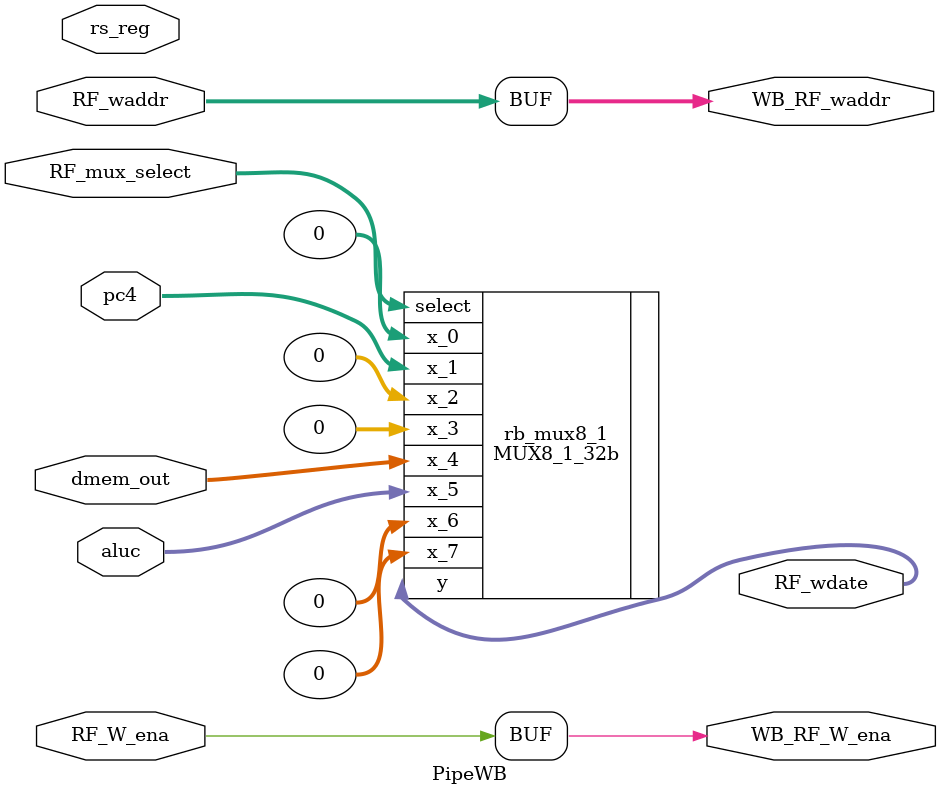
<source format=v>
`timescale 1ns / 1ps

/* WriteBack Stage */
module PipeWB(
    input [31:0] aluc,
    input [31:0] dmem_out,
    input [31:0] pc4,
    input [31:0] rs_reg,
    input RF_W_ena,
    input [4:0] RF_waddr,
    input [2:0] RF_mux_select,
    output [31:0] RF_wdate,
    output WB_RF_W_ena,
    output [4:0] WB_RF_waddr
    );

    assign WB_RF_waddr = RF_waddr;
    assign WB_RF_W_ena = RF_W_ena;

    MUX8_1_32b rb_mux8_1(
        .x_0(0),
        .x_1(pc4),
        .x_2(0),
        .x_3(0),
        .x_4(dmem_out),
        .x_5(aluc),
        .x_6(0),
        .x_7(0),
        .select(RF_mux_select),
        .y(RF_wdate)
    );

endmodule
</source>
